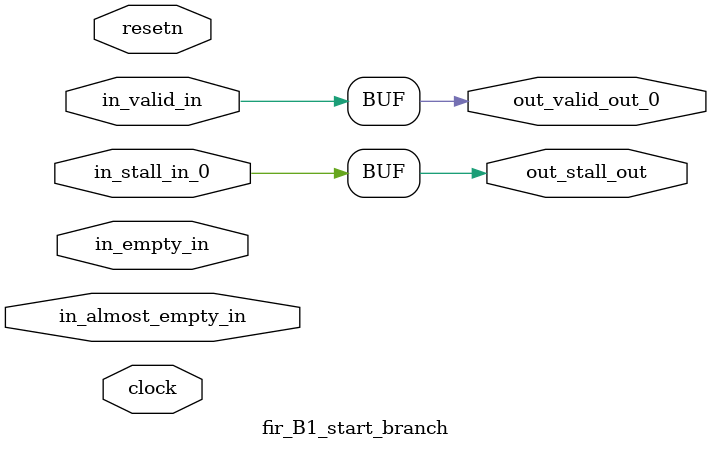
<source format=sv>



(* altera_attribute = "-name AUTO_SHIFT_REGISTER_RECOGNITION OFF; -name MESSAGE_DISABLE 10036; -name MESSAGE_DISABLE 10037; -name MESSAGE_DISABLE 14130; -name MESSAGE_DISABLE 14320; -name MESSAGE_DISABLE 15400; -name MESSAGE_DISABLE 14130; -name MESSAGE_DISABLE 10036; -name MESSAGE_DISABLE 12020; -name MESSAGE_DISABLE 12030; -name MESSAGE_DISABLE 12010; -name MESSAGE_DISABLE 12110; -name MESSAGE_DISABLE 14320; -name MESSAGE_DISABLE 13410; -name MESSAGE_DISABLE 113007; -name MESSAGE_DISABLE 10958" *)
module fir_B1_start_branch (
    input wire [0:0] in_almost_empty_in,
    input wire [0:0] in_empty_in,
    input wire [0:0] in_stall_in_0,
    input wire [0:0] in_valid_in,
    output wire [0:0] out_stall_out,
    output wire [0:0] out_valid_out_0,
    input wire clock,
    input wire resetn
    );

    reg [0:0] rst_sync_rst_sclrn;


    // out_stall_out(GPOUT,6)
    assign out_stall_out = in_stall_in_0;

    // out_valid_out_0(GPOUT,7)
    assign out_valid_out_0 = in_valid_in;

    // rst_sync(RESETSYNC,8)
    acl_reset_handler #(
        .ASYNC_RESET(0),
        .USE_SYNCHRONIZER(1),
        .PULSE_EXTENSION(0),
        .PIPE_DEPTH(3),
        .DUPLICATE(1)
    ) therst_sync (
        .clk(clock),
        .i_resetn(resetn),
        .o_sclrn(rst_sync_rst_sclrn)
    );

endmodule

</source>
